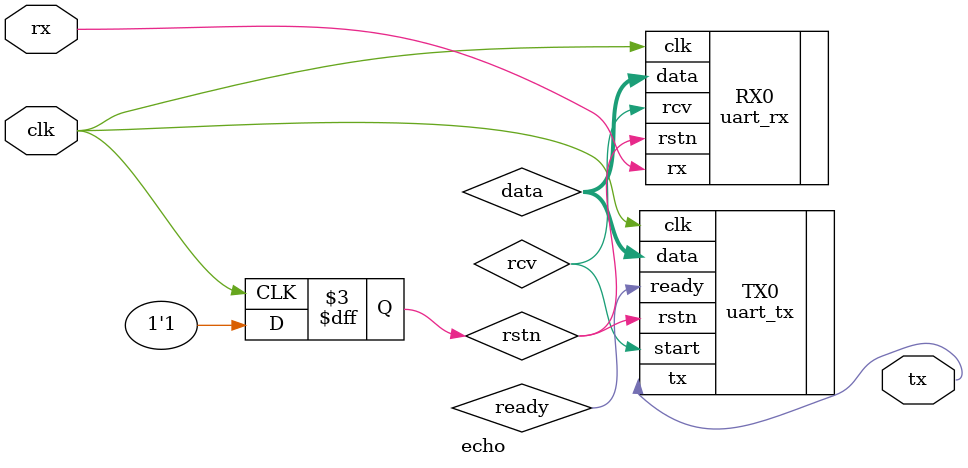
<source format=v>

module echo #( parameter BAUDRATE = (125000000/115200))(
    input wire clk,         
    input wire rx,          
         
    output wire tx
);


wire       rcv;
wire       ready;
wire [7:0] data;

reg rstn = 0;


always @(posedge clk)
  rstn <= 1;


uart_rx #(.BAUDRATE(BAUDRATE))
  RX0 (.clk(clk),
       .rstn(rstn),
       .rx(rx),
       .rcv(rcv),
       .data(data)
      );

uart_tx #(.BAUDRATE(BAUDRATE))
  TX0 ( .clk(clk),
         .rstn(rstn),
         .start(rcv),
         .data(data),
         .tx(tx),
         .ready(ready)
       );

endmodule
</source>
